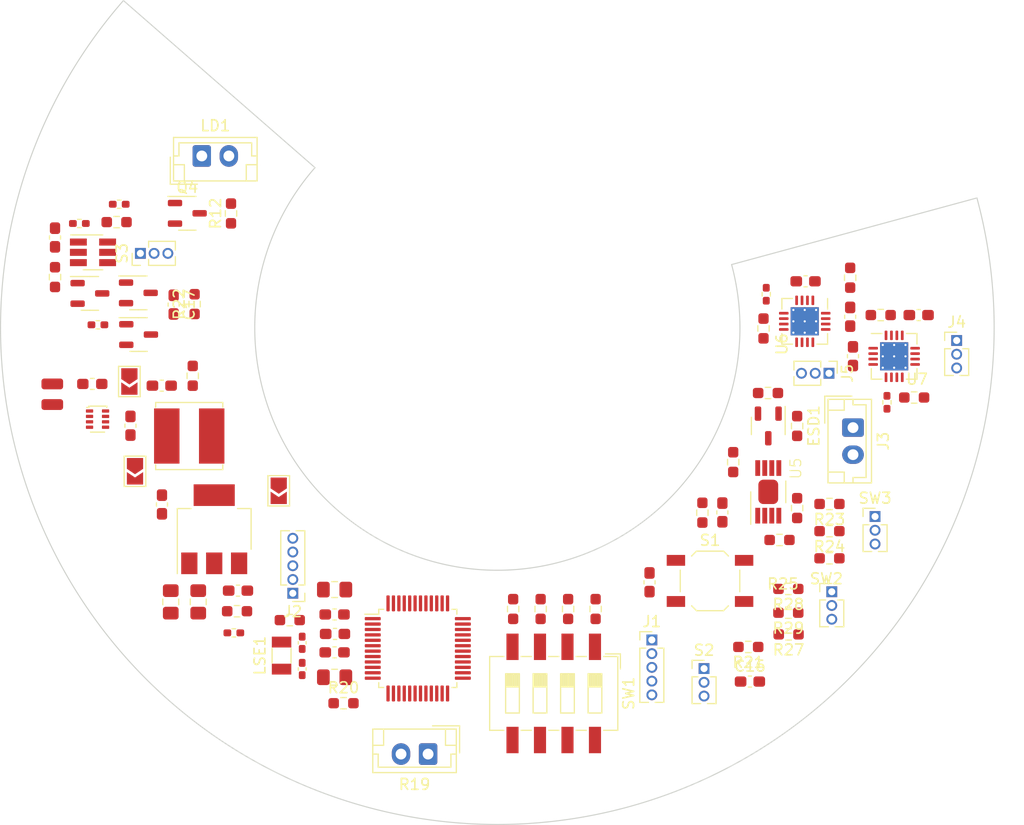
<source format=kicad_pcb>
(kicad_pcb (version 20221018) (generator pcbnew)
  (layers (0 "F.Cu" signal) (1 "In1.Cu" signal) (2 "In2.Cu" signal) (31 "B.Cu" signal) (34 "B.Paste" user) (35 "F.Paste" user) (36 "B.SilkS" user "B.Silkscreen") (37 "F.SilkS" user "F.Silkscreen") (38 "B.Mask" user) (39 "F.Mask" user) (44 "Edge.Cuts" user))
  (net 0 "")
  (net 1 "Vin")
  (net 2 "GND")
  (net 3 "LSE_IN")
  (net 4 "Net-(U3-TSET)")
  (net 5 "LSE_OUT")
  (net 6 "Net-(C5-Pad1)")
  (net 7 "Net-(U2-SW)")
  (net 8 "Net-(U2-BST)")
  (net 9 "+3V3")
  (net 10 "Net-(C11-Pad1)")
  (net 11 "Net-(U2-SS)")
  (net 12 "NRST")
  (net 13 "VREF+")
  (net 14 "END_LON")
  (net 15 "END_LAT")
  (net 16 "VCC")
  (net 17 "Net-(U6-VCP)")
  (net 18 "Net-(U7-VCP)")
  (net 19 "Net-(U6-V1P8)")
  (net 20 "Net-(U7-V1P8)")
  (net 21 "OUT_B")
  (net 22 "OUT_A")
  (net 23 "SWDCLK")
  (net 24 "SWDIO")
  (net 25 "CLK-PROBE")
  (net 26 "UART1_TxD")
  (net 27 "UART1_RxD")
  (net 28 "W_LAT")
  (net 29 "V_LAT")
  (net 30 "U_LAT")
  (net 31 "W_LON")
  (net 32 "V_LON")
  (net 33 "U_LON")
  (net 34 "Net-(LD1-K)")
  (net 35 "Net-(LD1-A)")
  (net 36 "Net-(Q1-G)")
  (net 37 "Net-(Q1-D)")
  (net 38 "Net-(Q2-G)")
  (net 39 "EN")
  (net 40 "LASER")
  (net 41 "HEAT")
  (net 42 "FB-3.65V")
  (net 43 "CFG1")
  (net 44 "CFG2")
  (net 45 "CFG3")
  (net 46 "CFG4")
  (net 47 "PHO_RES")
  (net 48 "ENC_LAT_A")
  (net 49 "ENC_LAT_B")
  (net 50 "Net-(R25-Pad1)")
  (net 51 "LPUART_DE")
  (net 52 "Net-(R27-Pad1)")
  (net 53 "ENC_LON_A")
  (net 54 "ENC_LON_B")
  (net 55 "LP_TxD")
  (net 56 "Net-(U6-ADV)")
  (net 57 "Net-(U6-RMP)")
  (net 58 "Net-(U7-ADV)")
  (net 59 "Net-(U7-RMP)")
  (net 60 "Net-(U5-A)")
  (net 61 "Net-(U5-B)")
  (net 62 "Net-(U6-CS)")
  (net 63 "Net-(U7-CS)")
  (net 66 "CFG_PWR")
  (net 68 "TEMP")
  (net 74 "LP_RxD")
  (net 103 "FG_LON")
  (net 104 "PWM_LON")
  (net 106 "FR_LON")
  (net 107 "FG_LAT")
  (net 108 "PWM_LAT")
  (net 110 "FR_LAT")
  (net 111 "Net-(J6-Pin_1)")
  (footprint "Capacitor_SMD:C_0805_2012Metric_Pad1.18x1.45mm_HandSolder" (layer "F.Cu") (at 115.931 127.1025 -90)
    (fp_text reference "C11" hide)
    (fp_text value "22uF" hide)
    (pad "1" smd roundrect (at -1.0375 0 270) (size 1.175 1.45) (layers "F.Cu" "F.Paste" "F.Mask") (roundrect_rratio 0.212766) (net 10 "Net-(C11-Pad1)"))
    (pad "2" smd roundrect (at 1.0375 0 270) (size 1.175 1.45) (layers "F.Cu" "F.Paste" "F.Mask") (roundrect_rratio 0.212766) (net 2 "GND"))
  )
  (footprint "Capacitor_SMD:C_0603_1608Metric_Pad1.08x0.95mm_HandSolder" (layer "F.Cu") (at 131.1085 130.065 180)
    (fp_text reference "C15" hide)
    (fp_text value "100nF" hide)
    (pad "1" smd roundrect (at -0.8625 0 180) (size 1.075 0.95) (layers "F.Cu" "F.Paste" "F.Mask") (net 13 "VREF+"))
    (pad "2" smd roundrect (at 0.8625 0 180) (size 1.075 0.95) (layers "F.Cu" "F.Paste" "F.Mask") (net 2 "GND"))
  )
  (footprint "Resistor_SMD:R_0402_1005Metric_Pad0.72x0.64mm_HandSolder" (layer "F.Cu") (at 109.2025 101.5 180)
    (fp_text reference "R5" hide)
    (fp_text value "1k" hide)
    (pad "1" smd roundrect (at -0.5975 0 180) (size 0.715 0.64) (layers "F.Cu" "F.Paste" "F.Mask") (net 36 "Net-(Q1-G)"))
    (pad "2" smd roundrect (at 0.5975 0 180) (size 0.715 0.64) (layers "F.Cu" "F.Paste" "F.Mask") (net 41 "HEAT"))
  )
  (footprint "Capacitor_SMD:C_0402_1005Metric_Pad0.74x0.62mm_HandSolder" (layer "F.Cu") (at 128.076 130.8825 -90)
    (fp_text reference "C2" hide)
    (fp_text value "15pF" hide)
    (pad "1" smd roundrect (at -0.5675 0 270) (size 0.735 0.62) (layers "F.Cu" "F.Paste" "F.Mask") (net 3 "LSE_IN"))
    (pad "2" smd roundrect (at 0.5675 0 270) (size 0.735 0.62) (layers "F.Cu" "F.Paste" "F.Mask") (net 2 "GND"))
  )
  (footprint "Capacitor_SMD:C_0603_1608Metric_Pad1.08x0.95mm_HandSolder" (layer "F.Cu") (at 169.446 134.465)
    (fp_text reference "C16" (at 0 -1.43) (layer "F.SilkS"))
    (fp_text value "100nF")
    (pad "1" smd roundrect (at -0.8625 0) (size 1.075 0.95) (layers "F.Cu" "F.Paste" "F.Mask") (net 14 "END_LON"))
    (pad "2" smd roundrect (at 0.8625 0) (size 1.075 0.95) (layers "F.Cu" "F.Paste" "F.Mask") (net 2 "GND"))
  )
  (footprint "Resistor_SMD:R_0603_1608Metric_Pad0.98x0.95mm_HandSolder" (layer "F.Cu") (at 152.6485 127.7605 90)
    (fp_text reference "R16" hide)
    (fp_text value "10k" hide)
    (pad "1" smd roundrect (at -0.9125 0 90) (size 0.975 0.95) (layers "F.Cu" "F.Paste" "F.Mask") (net 44 "CFG2"))
    (pad "2" smd roundrect (at 0.9125 0 90) (size 0.975 0.95) (layers "F.Cu" "F.Paste" "F.Mask") (net 66 "CFG_PWR"))
  )
  (footprint "Resistor_SMD:R_0603_1608Metric_Pad0.98x0.95mm_HandSolder" (layer "F.Cu") (at 176.796 120.565 180)
    (fp_text reference "R24" (at 0 -1.43) (layer "F.SilkS"))
    (fp_text value "10k")
    (pad "1" smd roundrect (at -0.9125 0 180) (size 0.975 0.95) (layers "F.Cu" "F.Paste" "F.Mask") (net 49 "ENC_LAT_B"))
    (pad "2" smd roundrect (at 0.9125 0 180) (size 0.975 0.95) (layers "F.Cu" "F.Paste" "F.Mask") (net 9 "+3V3"))
  )
  (footprint "Resistor_SMD:R_0603_1608Metric_Pad0.98x0.95mm_HandSolder" (layer "F.Cu") (at 147.5685 127.7605 90)
    (fp_text reference "R18" hide)
    (fp_text value "10k" hide)
    (pad "1" smd roundrect (at -0.9125 0 90) (size 0.975 0.95) (layers "F.Cu" "F.Paste" "F.Mask") (net 46 "CFG4"))
    (pad "2" smd roundrect (at 0.9125 0 90) (size 0.975 0.95) (layers "F.Cu" "F.Paste" "F.Mask") (net 66 "CFG_PWR"))
  )
  (footprint "Connector_JST:JST_EH_B2B-EH-A_1x02_P2.50mm_Vertical" (layer "F.Cu") (at 139.7085 141.165 180)
    (fp_text reference "R19" (at 1.25 -2.8) (layer "F.SilkS"))
    (fp_text value "R_Photo")
    (pad "1" thru_hole roundrect (at 0 0 180) (size 1.7 2) (drill 1) (layers "*.Cu" "*.Mask") (roundrect_rratio 0.147059) (net 13 "VREF+"))
    (pad "2" thru_hole oval (at 2.5 0 180) (size 1.7 2) (drill 1) (layers "*.Cu" "*.Mask") (net 47 "PHO_RES"))
  )
  (footprint "Connector_Wire:SolderWirePad_1x01_SMD_1x2mm" (layer "F.Cu") (at 104.9865 106.965 90)
    (fp_text reference "J6" hide)
    (fp_text value "Conn_01x01_Pin" hide)
    (pad "1" smd roundrect (at 0 0 90) (size 1 2) (layers "F.Cu" "F.Paste" "F.Mask") (net 111 "Net-(J6-Pin_1)"))
  )
  (footprint "Package_TO_SOT_SMD:SOT-23-3" (layer "F.Cu") (at 112.9625 102.4)
    (fp_text reference "Q3" hide)
    (fp_text value "2N7002" hide)
    (pad "1" smd roundrect (at -1.1375 -0.95) (size 1.325 0.6) (layers "F.Cu" "F.Paste" "F.Mask") (net 38 "Net-(Q2-G)"))
    (pad "2" smd roundrect (at -1.1375 0.95) (size 1.325 0.6) (layers "F.Cu" "F.Paste" "F.Mask") (net 2 "GND"))
    (pad "3" smd roundrect (at 1.1375 0) (size 1.325 0.6) (layers "F.Cu" "F.Paste" "F.Mask") (net 37 "Net-(Q1-D)"))
  )
  (footprint "Resistor_SMD:R_0603_1608Metric_Pad0.98x0.95mm_HandSolder" (layer "F.Cu") (at 173.021 130.105 180)
    (fp_text reference "R27" (at 0 -1.43) (layer "F.SilkS"))
    (fp_text value "0")
    (pad "1" smd roundrect (at -0.9125 0 180) (size 0.975 0.95) (layers "F.Cu" "F.Paste" "F.Mask") (net 52 "Net-(R27-Pad1)"))
    (pad "2" smd roundrect (at 0.9125 0 180) (size 0.975 0.95) (layers "F.Cu" "F.Paste" "F.Mask") (net 2 "GND"))
  )
  (footprint "Package_TO_SOT_SMD:SOT-223" (layer "F.Cu") (at 119.947 120.39 90)
    (fp_text reference "U1" hide)
    (fp_text value "TLV76118" hide)
    (pad "1" smd rect (at -3.15 -2.3 90) (size 2 1.5) (layers "F.Cu" "F.Paste" "F.Mask") (net 2 "GND"))
    (pad "2" smd rect (at -3.15 0 90) (size 2 1.5) (layers "F.Cu" "F.Paste" "F.Mask") (net 6 "Net-(C5-Pad1)"))
    (pad "3" smd rect (at -3.15 2.3 90) (size 2 1.5) (layers "F.Cu" "F.Paste" "F.Mask") (net 1 "Vin"))
    (pad "4" smd rect (at 3.15 0 90) (size 2 3.8) (layers "F.Cu" "F.Paste" "F.Mask") (net 6 "Net-(C5-Pad1)"))
  )
  (footprint "Package_TO_SOT_SMD:SOT-23-3" (layer "F.Cu") (at 171.141 110.8455 -90)
    (fp_text reference "ESD1" (at -0.002 -4.211 90) (layer "F.SilkS"))
    (fp_text value "SM712_SOT23" hide)
    (pad "1" smd roundrect (at -1.1375 -0.95 270) (size 1.325 0.6) (layers "F.Cu" "F.Paste" "F.Mask") (net 22 "OUT_A"))
    (pad "2" smd roundrect (at -1.1375 0.95 270) (size 1.325 0.6) (layers "F.Cu" "F.Paste" "F.Mask") (net 21 "OUT_B"))
    (pad "3" smd roundrect (at 1.1375 0 270) (size 1.325 0.6) (layers "F.Cu" "F.Paste" "F.Mask") (net 2 "GND"))
  )
  (footprint "Resistor_SMD:R_0603_1608Metric_Pad0.98x0.95mm_HandSolder" (layer "F.Cu") (at 121.5 91.2125 90)
    (fp_text reference "R12" (at 0 -1.43 90) (layer "F.SilkS"))
    (fp_text value "0")
    (pad "1" smd roundrect (at -0.9125 0 90) (size 0.975 0.95) (layers "F.Cu" "F.Paste" "F.Mask") (net 35 "Net-(LD1-A)"))
    (pad "2" smd roundrect (at 0.9125 0 90) (size 0.975 0.95) (layers "F.Cu" "F.Paste" "F.Mask") (net 9 "+3V3"))
  )
  (footprint "Resistor_SMD:R_0402_1005Metric_Pad0.72x0.64mm_HandSolder" (layer "F.Cu") (at 121.761 129.965)
    (fp_text reference "R10" hide)
    (fp_text value "36k" hide)
    (pad "1" smd roundrect (at -0.5975 0) (size 0.715 0.64) (layers "F.Cu" "F.Paste" "F.Mask") (net 42 "FB-3.65V"))
    (pad "2" smd roundrect (at 0.5975 0) (size 0.715 0.64) (layers "F.Cu" "F.Paste" "F.Mask") (net 10 "Net-(C11-Pad1)"))
  )
  (footprint "Resistor_SMD:R_0603_1608Metric_Pad0.98x0.95mm_HandSolder" (layer "F.Cu") (at 172.996 128.105 180)
    (fp_text reference "R29" (at 0 -1.43) (layer "F.SilkS"))
    (fp_text value "10k")
    (pad "1" smd roundrect (at -0.9125 0 180) (size 0.975 0.95) (layers "F.Cu" "F.Paste" "F.Mask") (net 54 "ENC_LON_B"))
    (pad "2" smd roundrect (at 0.9125 0 180) (size 0.975 0.95) (layers "F.Cu" "F.Paste" "F.Mask") (net 9 "+3V3"))
  )
  (footprint "Capacitor_SMD:C_0805_2012Metric_Pad1.18x1.45mm_HandSolder" (layer "F.Cu") (at 131.071 125.965 180)
    (fp_text reference "C12" hide)
    (fp_text value "4.7uF" hide)
    (pad "1" smd roundrect (at -1.0375 0 180) (size 1.175 1.45) (layers "F.Cu" "F.Paste" "F.Mask") (roundrect_rratio 0.212766) (net 9 "+3V3"))
    (pad "2" smd roundrect (at 1.0375 0 180) (size 1.175 1.45) (layers "F.Cu" "F.Paste" "F.Mask") (roundrect_rratio 0.212766) (net 2 "GND"))
  )
  (footprint "Connector_PinHeader_1.27mm:PinHeader_1x05_P1.27mm_Vertical" (layer "F.Cu") (at 127.2085 126.305 180)
    (fp_text reference "J2" (at 0 -1.695) (layer "F.SilkS"))
    (fp_text value "Conn_01x05")
    (pad "1" thru_hole rect (at 0 0 180) (size 1 1) (drill 0.65) (layers "*.Cu" "*.Mask") (net 9 "+3V3"))
    (pad "2" thru_hole oval (at 0 1.27 180) (size 1 1) (drill 0.65) (layers "*.Cu" "*.Mask") (net 25 "CLK-PROBE"))
    (pad "3" thru_hole oval (at 0 2.54 180) (size 1 1) (drill 0.65) (layers "*.Cu" "*.Mask") (net 26 "UART1_TxD"))
    (pad "4" thru_hole oval (at 0 3.81 180) (size 1 1) (drill 0.65) (layers "*.Cu" "*.Mask") (net 27 "UART1_RxD"))
    (pad "5" thru_hole oval (at 0 5.08 180) (size 1 1) (drill 0.65) (layers "*.Cu" "*.Mask") (net 2 "GND"))
  )
  (footprint "Resistor_SMD:R_0603_1608Metric_Pad0.98x0.95mm_HandSolder" (layer "F.Cu") (at 105.238 97.092 90)
    (fp_text reference "R3" hide)
    (fp_text value "120k" hide)
    (pad "1" smd roundrect (at -0.9125 0 90) (size 0.975 0.95) (layers "F.Cu" "F.Paste" "F.Mask") (net 16 "VCC"))
    (pad "2" smd roundrect (at 0.9125 0 90) (size 0.975 0.95) (layers "F.Cu" "F.Paste" "F.Mask") (net 38 "Net-(Q2-G)"))
  )
  (footprint "Resistor_SMD:R_0603_1608Metric_Pad0.98x0.95mm_HandSolder" (layer "F.Cu") (at 171.1175 107.803 180)
    (fp_text reference "R37" hide)
    (fp_text value "0" hide)
    (pad "1" smd roundrect (at -0.9125 0 180) (size 0.975 0.95) (layers "F.Cu" "F.Paste" "F.Mask") (net 22 "OUT_A"))
    (pad "2" smd roundrect (at 0.9125 0 180) (size 0.975 0.95) (layers "F.Cu" "F.Paste" "F.Mask") (net 21 "OUT_B"))
  )
  (footprint "Capacitor_SMD:C_0603_1608Metric_Pad1.08x0.95mm_HandSolder" (layer "F.Cu") (at 115.121 118.1025 -90)
    (fp_text reference "C5" hide)
    (fp_text value "100nF" hide)
    (pad "1" smd roundrect (at -0.8625 0 270) (size 1.075 0.95) (layers "F.Cu" "F.Paste" "F.Mask") (net 6 "Net-(C5-Pad1)"))
    (pad "2" smd roundrect (at 0.8625 0 270) (size 1.075 0.95) (layers "F.Cu" "F.Paste" "F.Mask") (net 2 "GND"))
  )
  (footprint "Jumper:SolderJumper-2_P1.3mm_Open_TrianglePad1.0x1.5mm" (layer "F.Cu") (at 112.1085 106.74 -90)
    (fp_text reference "R6" hide)
    (fp_text value "Heater" hide)
    (pad "1" smd custom (at -0.725 0 270) (size 0.3 0.3) (layers "F.Cu" "F.Mask") (net 37 "Net-(Q1-D)") (options (clearance outline) (anchor rect)) (primitives (gr_poly (pts (xy 1 0) (xy 0.5 0.75) (xy -0.5 0.75) (xy -0.5 -0.75) (xy 0.5 -0.75)) (width 0) (fill yes))))
    (pad "2" smd custom (at 0.725 0 270) (size 0.3 0.3) (layers "F.Cu" "F.Mask") (net 16 "VCC") (options (clearance outline) (anchor rect)) (primitives (gr_poly (pts (xy 0.5 0.75) (xy -0.65 0.75) (xy -0.15 0) (xy -0.65 -0.75) (xy 0.5 -0.75)) (width 0) (fill yes))))
  )
  (footprint "Resistor_SMD:R_0603_1608Metric_Pad0.98x0.95mm_HandSolder" (layer "F.Cu") (at 173.808 118.4365 90)
    (fp_text reference "R30" hide)
    (fp_text value "10k" hide)
    (pad "1" smd roundrect (at -0.9125 0 90) (size 0.975 0.95) (layers "F.Cu" "F.Paste" "F.Mask") (net 55 "LP_TxD"))
    (pad "2" smd roundrect (at 0.9125 0 90) (size 0.975 0.95) (layers "F.Cu" "F.Paste" "F.Mask") (net 9 "+3V3"))
  )
  (footprint "Resistor_SMD:R_0402_1005Metric_Pad0.72x0.64mm_HandSolder" (layer "F.Cu") (at 182.1085 108.6625 90)
    (fp_text reference "R34" hide)
    (fp_text value "36k" hide)
    (pad "1" smd roundrect (at -0.5975 0 90) (size 0.715 0.64) (layers "F.Cu" "F.Paste" "F.Mask") (net 2 "GND"))
    (pad "2" smd roundrect (at 0.5975 0 90) (size 0.715 0.64) (layers "F.Cu" "F.Paste" "F.Mask") (net 59 "Net-(U7-RMP)"))
  )
  (footprint "Capacitor_SMD:C_0603_1608Metric_Pad1.08x0.95mm_HandSolder" (layer "F.Cu") (at 122.146 126.065 180)
    (fp_text reference "C1" hide)
    (fp_text value "100nF" hide)
    (pad "1" smd roundrect (at -0.8625 0 180) (size 1.075 0.95) (layers "F.Cu" "F.Paste" "F.Mask") (net 1 "Vin"))
    (pad "2" smd roundrect (at 0.8625 0 180) (size 1.075 0.95) (layers "F.Cu" "F.Paste" "F.Mask") (net 2 "GND"))
  )
  (footprint "Connector_PinHeader_1.27mm:PinHeader_1x03_P1.27mm_Vertical" (layer "F.Cu") (at 177.0085 126.165)
    (fp_text reference "SW2" (at -0.5 -1.205) (layer "F.SilkS"))
    (fp_text value "RotaryEncoder")
    (pad "1" thru_hole rect (at 0 0) (size 1 1) (drill 0.65) (layers "*.Cu" "*.Mask") (net 53 "ENC_LON_A"))
    (pad "2" thru_hole oval (at 0 1.27) (size 1 1) (drill 0.65) (layers "*.Cu" "*.Mask") (net 54 "ENC_LON_B"))
    (pad "3" thru_hole oval (at 0 2.54) (size 1 1) (drill 0.65) (layers "*.Cu" "*.Mask") (net 52 "Net-(R27-Pad1)"))
  )
  (footprint "Button_Switch_SMD:SW_DIP_SPSTx04_Slide_6.7x11.72mm_W8.61mm_P2.54mm_LowProfile" (layer "F.Cu") (at 151.3185 135.56 -90)
    (fp_text reference "SW1" (at 0 -6.92 90) (layer "F.SilkS"))
    (fp_text value "SW_DIP_x04")
    (pad "1" smd rect (at -4.305 -3.81 270) (size 2.44 1.12) (layers "F.Cu" "F.Paste" "F.Mask") (net 43 "CFG1"))
    (pad "2" smd rect (at -4.305 -1.27 270) (size 2.44 1.12) (layers "F.Cu" "F.Paste" "F.Mask") (net 44 "CFG2"))
    (pad "3" smd rect (at -4.305 1.27 270) (size 2.44 1.12) (layers "F.Cu" "F.Paste" "F.Mask") (net 45 "CFG3"))
    (pad "4" smd rect (at -4.305 3.81 270) (size 2.44 1.12) (layers "F.Cu" "F.Paste" "F.Mask") (net 46 "CFG4"))
    (pad "5" smd rect (at 4.305 3.81 270) (size 2.44 1.12) (layers "F.Cu" "F.Paste" "F.Mask") (net 2 "GND"))
    (pad "6" smd rect (at 4.305 1.27 270) (size 2.44 1.12) (layers "F.Cu" "F.Paste" "F.Mask") (net 2 "GND"))
    (pad "7" smd rect (at 4.305 -1.27 270) (size 2.44 1.12) (layers "F.Cu" "F.Paste" "F.Mask") (net 2 "GND"))
    (pad "8" smd rect (at 4.305 -3.81 270) (size 2.44 1.12) (layers "F.Cu" "F.Paste" "F.Mask") (net 2 "GND"))
  )
  (footprint "Capacitor_SMD:C_0603_1608Metric_Pad1.08x0.95mm_HandSolder" (layer "F.Cu") (at 166.9 118.8375 -90)
    (fp_text reference "C18" hide)
    (fp_text value "100nF" hide)
    (pad "1" smd roundrect (at -0.8625 0 270) (size 1.075 0.95) (layers "F.Cu" "F.Paste" "F.Mask") (net 9 "+3V3"))
    (pad "2" smd roundrect (at 0.8625 0 270) (size 1.075 0.95) (layers "F.Cu" "F.Paste" "F.Mask") (net 2 "GND"))
  )
  (footprint "Capacitor_SMD:C_0603_1608Metric_Pad1.08x0.95mm_HandSolder" (layer "F.Cu") (at 174.589 97.482)
    (fp_text reference "C21" hide)
    (fp_text value "1uF" hide)
    (pad "1" smd roundrect (at -0.8625 0) (size 1.075 0.95) (layers "F.Cu" "F.Paste" "F.Mask") (net 2 "GND"))
    (pad "2" smd roundrect (at 0.8625 0) (size 1.075 0.95) (layers "F.Cu" "F.Paste" "F.Mask") (net 19 "Net-(U6-V1P8)"))
  )
  (footprint "Resistor_SMD:R_0603_1608Metric_Pad0.98x0.95mm_HandSolder" (layer "F.Cu") (at 170.7 101.8385 -90)
    (fp_text reference "R38" hide)
    (fp_text value "10k" hide)
    (pad "1" smd roundrect (at -0.9125 0 270) (size 0.975 0.95) (layers "F.Cu" "F.Paste" "F.Mask") (net 62 "Net-(U6-CS)"))
    (pad "2" smd roundrect (at 0.9125 0 270) (size 0.975 0.95) (layers "F.Cu" "F.Paste" "F.Mask") (net 2 "GND"))
  )
  (footprint "Capacitor_SMD:C_0603_1608Metric_Pad1.08x0.95mm_HandSolder" (layer "F.Cu") (at 131.071 128.265 180)
    (fp_text reference "C7" hide)
    (fp_text value "100nF" hide)
    (pad "1" smd roundrect (at -0.8625 0 180) (size 1.075 0.95) (layers "F.Cu" "F.Paste" "F.Mask") (net 9 "+3V3"))
    (pad "2" smd roundrect (at 0.8625 0 180) (size 1.075 0.95) (layers "F.Cu" "F.Paste" "F.Mask") (net 2 "GND"))
  )
  (footprint "Capacitor_SMD:C_0603_1608Metric_Pad1.08x0.95mm_HandSolder" (layer "F.Cu") (at 116.2 99.6375 -90)
    (fp_text reference "C17" (at 0 -1.43 90) (layer "F.SilkS"))
    (fp_text value "100nF")
    (pad "1" smd roundrect (at -0.8625 0 270) (size 1.075 0.95) (layers "F.Cu" "F.Paste" "F.Mask") (net 15 "END_LAT"))
    (pad "2" smd roundrect (at 0.8625 0 270) (size 1.075 0.95) (layers "F.Cu" "F.Paste" "F.Mask") (net 2 "GND"))
  )
  (footprint "Connector_PinHeader_1.27mm:PinHeader_1x03_P1.27mm_Vertical" (layer "F.Cu") (at 188.549 102.95)
    (fp_text reference "J4" (at 0 -1.695) (layer "F.SilkS"))
    (fp_text value "Conn_01x03_Pin")
    (pad "1" thru_hole rect (at 0 0) (size 1 1) (drill 0.65) (layers "*.Cu" "*.Mask") (net 28 "W_LAT"))
    (pad "2" thru_hole oval (at 0 1.27) (size 1 1) (drill 0.65) (layers "*.Cu" "*.Mask") (net 29 "V_LAT"))
    (pad "3" thru_hole oval (at 0 2.54) (size 1 1) (drill 0.65) (layers "*.Cu" "*.Mask") (net 30 "U_LAT"))
  )
  (footprint "Resistor_SMD:R_0603_1608Metric_Pad0.98x0.95mm_HandSolder" (layer "F.Cu") (at 167.9 114.1875 -90)
    (fp_text reference "R36" hide)
    (fp_text value "0" hide)
    (pad "1" smd roundrect (at -0.9125 0 270) (size 0.975 0.95) (layers "F.Cu" "F.Paste" "F.Mask") (net 21 "OUT_B"))
    (pad "2" smd roundrect (at 0.9125 0 270) (size 0.975 0.95) (layers "F.Cu" "F.Paste" "F.Mask") (net 61 "Net-(U5-B)"))
  )
  (footprint "Connector_PinHeader_1.27mm:PinHeader_1x03_P1.27mm_Vertical" (layer "F.Cu") (at 176.75 105.98 -90)
    (fp_text reference "J5" (at 0 -1.695 90) (layer "F.SilkS"))
    (fp_text value "Conn_01x03_Pin")
    (pad "1" thru_hole rect (at 0 0 270) (size 1 1) (drill 0.65) (layers "*.Cu" "*.Mask") (net 31 "W_LON"))
    (pad "2" thru_hole oval (at 0 1.27 270) (size 1 1) (drill 0.65) (layers "*.Cu" "*.Mask") (net 32 "V_LON"))
    (pad "3" thru_hole oval (at 0 2.54 270) (size 1 1) (drill 0.65) (layers "*.Cu" "*.Mask") (net 33 "U_LON"))
  )
  (footprint "Crystal:Crystal_SMD_3215-2Pin_3.2x1.5mm" (layer "F.Cu") (at 126.171 132.065 90)
    (fp_text reference "LSE1" (at 0 -2 90) (layer "F.SilkS"))
    (fp_text value "JTX310 - Jauch" hide)
    (pad "1" smd rect (at 1.25 0 90) (size 1 1.8) (layers "F.Cu" "F.Paste" "F.Mask") (net 3 "LSE_IN"))
    (pad "2" smd rect (at -1.25 0 90) (size 1 1.8) (layers "F.Cu" "F.Paste" "F.Mask") (net 5 "LSE_OUT"))
  )
  (footprint "Resistor_SMD:R_0603_1608Metric_Pad0.98x0.95mm_HandSolder" (layer "F.Cu") (at 176.796 118.055 180)
    (fp_text reference "R23" (at 0 -1.43) (layer "F.SilkS"))
    (fp_text value "10k")
    (pad "1" smd roundrect (at -0.9125 0 180) (size 0.975 0.95) (layers "F.Cu" "F.Paste" "F.Mask") (net 48 "ENC_LAT_A"))
    (pad "2" smd roundrect (at 0.9125 0 180) (size 0.975 0.95) (layers "F.Cu" "F.Paste" "F.Mask") (net 9 "+3V3"))
  )
  (footprint "Connector_JST:JST_EH_B2B-EH-A_1x02_P2.50mm_Vertical" (layer "F.Cu") (at 118.8 85.9)
    (fp_text reference "LD1" (at 1.25 -2.8) (layer "F.SilkS"))
    (fp_text value "D_Laser")
    (pad "1" thru_hole roundrect (at 0 0) (size 1.7 2) (drill 1) (layers "*.Cu" "*.Mask") (roundrect_rratio 0.147059) (net 34 "Net-(LD1-K)"))
    (pad "2" thru_hole oval (at 2.5 0) (size 1.7 2) (drill 1) (layers "*.Cu" "*.Mask") (net 35 "Net-(LD1-A)"))
  )
  (footprint "Resistor_SMD:R_0603_1608Metric_Pad0.98x0.95mm_HandSolder" (layer "F.Cu") (at 173.808 110.851 -90)
    (fp_text reference "R35" hide)
    (fp_text value "0" hide)
    (pad "1" smd roundrect (at -0.9125 0 270) (size 0.975 0.95) (layers "F.Cu" "F.Paste" "F.Mask") (net 22 "OUT_A"))
    (pad "2" smd roundrect (at 0.9125 0 270) (size 0.975 0.95) (layers "F.Cu" "F.Paste" "F.Mask") (net 60 "Net-(U5-A)"))
  )
  (footprint "Capacitor_SMD:C_0402_1005Metric_Pad0.74x0.62mm_HandSolder" (layer "F.Cu") (at 128.076 133.3035 90)
    (fp_text reference "C4" hide)
    (fp_text value "15pF" hide)
    (pad "1" smd roundrect (at -0.5675 0 90) (size 0.735 0.62) (layers "F.Cu" "F.Paste" "F.Mask") (net 5 "LSE_OUT"))
    (pad "2" smd roundrect (at 0.5675 0 90) (size 0.735 0.62) (layers "F.Cu" "F.Paste" "F.Mask") (net 2 "GND"))
  )
  (footprint "Button_Switch_SMD:SW_SPST_TL3342" (layer "F.Cu") (at 165.7585 125.165)
    (fp_text reference "S1" (at 0 -3.75) (layer "F.SilkS"))
    (fp_text value "PTS526")
    (pad "1" smd rect (at -3.15 -1.9) (size 1.7 1) (layers "F.Cu" "F.Paste" "F.Mask") (net 12 "NRST"))
    (pad "1" smd rect (at 3.15 -1.9) (size 1.7 1) (layers "F.Cu" "F.Paste" "F.Mask") (net 12 "NRST"))
    (pad "2" smd rect (at -3.15 1.9) (size 1.7 1) (layers "F.Cu" "F.Paste" "F.Mask") (net 2 "GND"))
    (pad "2" smd rect (at 3.15 1.9) (size 1.7 1) (layers "F.Cu" "F.Paste" "F.Mask") (net 2 "GND"))
  )
  (footprint "Capacitor_SMD:C_0603_1608Metric_Pad1.08x0.95mm_HandSolder" (layer "F.Cu") (at 131.071 131.765 180)
    (fp_text reference "C8" hide)
    (fp_text value "100nF" hide)
    (pad "1" smd roundrect (at -0.8625 0 180) (size 1.075 0.95) (layers "F.Cu" "F.Paste" "F.Mask") (net 9 "+3V3"))
    (pad "2" smd roundrect (at 0.8625 0 180) (size 1.075 0.95) (layers "F.Cu" "F.Paste" "F.Mask") (net 2 "GND"))
  )
  (footprint "Fuse:Fuse_0603_1608Metric_Pad1.05x0.95mm_HandSolder" (layer "F.Cu") (at 108.6835 106.965)
    (fp_text reference "F1" hide)
    (fp_text value "Fuse")
    (pad "1" smd roundrect (at -0.875 0) (size 1.05 0.95) (layers "F.Cu" "F.Paste" "F.Mask") (net 111 "Net-(J6-Pin_1)"))
    (pad "2" smd roundrect (at 0.875 0) (size 1.05 0.95) (layers "F.Cu" "F.Paste" "F.Mask") (net 16 "VCC"))
  )
  (footprint "Package_TO_SOT_SMD:SOT-23-3" (layer "F.Cu") (at 112.9375 98.55)
    (fp_text reference "Q1" hide)
    (fp_text value "2N7002" hide)
    (pad "1" smd roundrect (at -1.1375 -0.95) (size 1.325 0.6) (layers "F.Cu" "F.Paste" "F.Mask") (net 36 "Net-(Q1-G)"))
    (pad "2" smd roundrect (at -1.1375 0.95) (size 1.325 0.6) (layers "F.Cu" "F.Paste" "F.Mask") (net 2 "GND"))
    (pad "3" smd roundrect (at 1.1375 0) (size 1.325 0.6) (layers "F.Cu" "F.Paste" "F.Mask") (net 37 "Net-(Q1-D)"))
  )
  (footprint "Resistor_SMD:R_0603_1608Metric_Pad0.98x0.95mm_HandSolder" (layer "F.Cu") (at 155.1885 127.7605 90)
    (fp_text reference "R15" hide)
    (fp_text value "10k" hide)
    (pad "1" smd roundrect (at -0.9125 0 90) (size 0.975 0.95) (layers "F.Cu" "F.Paste" "F.Mask") (net 43 "CFG1"))
    (pad "2" smd roundrect (at 0.9125 0 90) (size 0.975 0.95) (layers "F.Cu" "F.Paste" "F.Mask") (net 66 "CFG_PWR"))
  )
  (footprint "Capacitor_SMD:C_0603_1608Metric_Pad1.08x0.95mm_HandSolder" (layer "F.Cu") (at 160.1705 125.292 -90)
    (fp_text reference "C14" hide)
    (fp_text value "100nF" hide)
    (pad "1" smd roundrect (at -0.8625 0 270) (size 1.075 0.95) (layers "F.Cu" "F.Paste" "F.Mask") (net 12 "NRST"))
    (pad "2" smd roundrect (at 0.8625 0 270) (size 1.075 0.95) (layers "F.Cu" "F.Paste" "F.Mask") (net 2 "GND"))
  )
  (footprint "Package_QFP:LQFP-48_7x7mm_P0.5mm" (layer "F.Cu") (at 138.7585 131.4025)
    (fp_text reference "U4" hide)
    (fp_text value "STM32G071CBTx" hide)
    (pad "1" smd roundrect (at -4.1625 -2.75) (size 1.475 0.3) (layers "F.Cu" "F.Paste" "F.Mask"))
    (pad "2" smd roundrect (at -4.1625 -2.25) (size 1.475 0.3) (layers "F.Cu" "F.Paste" "F.Mask") (net 3 "LSE_IN"))
    (pad "3" smd roundrect (at -4.1625 -1.75) (size 1.475 0.3) (layers "F.Cu" "F.Paste" "F.Mask") (net 5 "LSE_OUT"))
    (pad "4" smd roundrect (at -4.1625 -1.25) (size 1.475 0.3) (layers "F.Cu" "F.Paste" "F.Mask") (net 9 "+3V3"))
    (pad "5" smd roundrect (at -4.1625 -0.75) (size 1.475 0.3) (layers "F.Cu" "F.Paste" "F.Mask") (net 13 "VREF+"))
    (pad "6" smd roundrect (at -4.1625 -0.25) (size 1.475 0.3) (layers "F.Cu" "F.Paste" "F.Mask") (net 9 "+3V3"))
    (pad "7" smd roundrect (at -4.1625 0.25) (size 1.475 0.3) (layers "F.Cu" "F.Paste" "F.Mask") (net 2 "GND"))
    (pad "8" smd roundrect (at -4.1625 0.75) (size 1.475 0.3) (layers "F.Cu" "F.Paste" "F.Mask"))
    (pad "9" smd roundrect (at -4.1625 1.25) (size 1.475 0.3) (layers "F.Cu" "F.Paste" "F.Mask"))
    (pad "10" smd roundrect (at -4.1625 1.75) (size 1.475 0.3) (layers "F.Cu" "F.Paste" "F.Mask") (net 12 "NRST"))
    (pad "11" smd roundrect (at -4.1625 2.25) (size 1.475 0.3) (layers "F.Cu" "F.Paste" "F.Mask"))
    (pad "12" smd roundrect (at -4.1625 2.75) (size 1.475 0.3) (layers "F.Cu" "F.Paste" "F.Mask"))
    (pad "13" smd roundrect (at -2.75 4.1625) (size 0.3 1.475) (layers "F.Cu" "F.Paste" "F.Mask") (net 55 "LP_TxD"))
    (pad "14" smd roundrect (at -2.25 4.1625) (size 0.3 1.475) (layers "F.Cu" "F.Paste" "F.Mask") (net 74 "LP_RxD"))
    (pad "15" smd roundrect (at -1.75 4.1625) (size 0.3 1.475) (layers "F.Cu" "F.Paste" "F.Mask"))
    (pad "16" smd roundrect (at -1.25 4.1625) (size 0.3 1.475) (layers "F.Cu" "F.Paste" "F.Mask"))
    (pad "17" smd roundrect (at -0.75 4.1625) (size 0.3 1.475) (layers "F.Cu" "F.Paste" "F.Mask"))
    (pad "18" smd roundrect (at -0.25 4.1625) (size 0.3 1.475) (layers "F.Cu" "F.Paste" "F.Mask"))
    (pad "19" smd roundrect (at 0.25 4.1625) (size 0.3 1.475) (layers "F.Cu" "F.Paste" "F.Mask"))
    (pad "20" smd roundrect (at 0.75 4.1625) (size 0.3 1.475) (layers "F.Cu" "F.Paste" "F.Mask") (net 51 "LPUART_DE"))
    (pad "21" smd roundrect (at 1.25 4.1625) (size 0.3 1.475) (layers "F.Cu" "F.Paste" "F.Mask"))
    (pad "22" smd roundrect (at 1.75 4.1625) (size 0.3 1.475) (layers "F.Cu" "F.Paste" "F.Mask"))
    (pad "23" smd roundrect (at 2.25 4.1625) (size 0.3 1.475) (layers "F.Cu" "F.Paste" "F.Mask"))
    (pad "24" smd roundrect (at 2.75 4.1625) (size 0.3 1.475) (layers "F.Cu" "F.Paste" "F.Mask"))
    (pad "25" smd roundrect (at 4.1625 2.75) (size 1.475 0.3) (layers "F.Cu" "F.Paste" "F.Mask"))
    (pad "26" smd roundrect (at 4.1625 2.25) (size 1.475 0.3) (layers "F.Cu" "F.Paste" "F.Mask"))
    (pad "27" smd roundrect (at 4.1625 1.75) (size 1.475 0.3) (layers "F.Cu" "F.Paste" "F.Mask"))
    (pad "28" smd roundrect (at 4.1625 1.25) (size 1.475 0.3) (layers "F.Cu" "F.Paste" "F.Mask") (net 25 "CLK-PROBE"))
    (pad "29" smd roundrect (at 4.1625 0.75) (size 1.475 0.3) (layers "F.Cu" "F.Paste" "F.Mask") (net 26 "UART1_TxD"))
    (pad "30" smd roundrect (at 4.1625 0.25) (size 1.475 0.3) (layers "F.Cu" "F.Paste" "F.Mask"))
    (pad "31" smd roundrect (at 4.1625 -0.25) (size 1.475 0.3) (layers "F.Cu" "F.Paste" "F.Mask"))
    (pad "32" smd roundrect (at 4.1625 -0.75) (size 1.475 0.3) (layers "F.Cu" "F.Paste" "F.Mask") (net 27 "UART1_RxD"))
    (pad "33" smd roundrect (at 4.1625 -1.25) (size 1.475 0.3) (layers "F.Cu" "F.Paste" "F.Mask"))
    (pad "34" smd roundrect (at 4.1625 -1.75) (size 1.475 0.3) (layers "F.Cu" "F.Paste" "F.Mask"))
    (pad "35" smd roundrect (at 4.1625 -2.25) (size 1.475 0.3) (layers "F.Cu" "F.Paste" "F.Mask") (net 24 "SWDIO"))
    (pad "36" smd roundrect (at 4.1625 -2.75) (size 1.475 0.3) (layers "F.Cu" "F.Paste" "F.Mask") (net 23 "SWDCLK"))
    (pad "37" smd roundrect (at 2.75 -4.1625) (size 0.3 1.475) (layers "F.Cu" "F.Paste" "F.Mask"))
    (pad "38" smd roundrect (at 2.25 -4.1625) (size 0.3 1.475) (layers "F.Cu" "F.Paste" "F.Mask"))
    (pad "39" smd roundrect (at 1.75 -4.1625) (size 0.3 1.475) (layers "F.Cu" "F.Paste" "F.Mask"))
    (pad "40" smd roundrect (at 1.25 -4.1625) (size 0.3 1.475) (layers "F.Cu" "F.Paste" "F.Mask"))
    (pad "41" smd roundrect (at 0.75 -4.1625) (size 0.3 1.475) (layers "F.Cu" "F.Paste" "F.Mask"))
    (pad "42" smd roundrect (at 0.25 -4.1625) (size 0.3 1.475) (layers "F.Cu" "F.Paste" "F.Mask"))
    (pad "43" smd roundrect (at -0.25 -4.1625) (size 0.3 1.475) (layers "F.Cu" "F.Paste" "F.Mask"))
    (pad "44" smd roundrect (at -0.75 -4.1625) (size 0.3 1.475) (layers "F.Cu" "F.Paste" "F.Mask"))
    (pad "45" smd roundrect (at -1.25 -4.1625) (size 0.3 1.475) (layers "F.Cu" "F.Paste" "F.Mask"))
    (pad "46" smd roundrect (at -1.75 -4.1625) (size 0.3 1.475) (layers "F.Cu" "F.Paste" "F.Mask"))
    (pad "47" smd roundrect (at -2.25 -4.1625) (size 0.3 1.475) (layers "F.Cu" "F.Paste" "F.Mask"))
    (pad "48" smd roundrect (at -2.75 -4.1625) (size 0.3 1.475) (layers "F.Cu" "F.Paste" "F.Mask"))
  )
  (footprint "Resistor_SMD:R_0603_1608Metric_Pad0.98x0.95mm_HandSolder" (layer "F.Cu") (at 184.621 108.22)
    (fp_text reference "R39" hide)
    (fp_text value "10k" hide)
    (pad "1" smd roundrect (at -0.9125 0) (size 0.975 0.95) (layers "F.Cu" "F.Paste" "F.Mask") (net 63 "Net-(U7-CS)"))
    (pad "2" smd roundrect (at 0.9125 0) (size 0.975 0.95) (layers "F.Cu" "F.Paste" "F.Mask") (net 2 "GND"))
  )
  (footprint "Inductor_SMD:L_Bourns_SRN6045TA" (layer "F.Cu") (at 117.6395 111.778)
    (fp_text reference "L1" hide)
    (fp_text value "6.3uH" hide)
    (pad "1" smd rect (at -2.075 0) (size 2.35 5.1) (layers "F.Cu" "F.Paste" "F.Mask") (net 7 "Net-(U2-SW)"))
    (pad "2" smd rect (at 2.075 0) (size 2.35 5.1) (layers "F.Cu" "F.Paste" "F.Mask") (net 10 "Net-(C11-Pad1)"))
  )
  (footprint "Package_DFN_QFN:WQFN-16-1EP_4x4mm_P0.5mm_EP2.6x2.6mm_ThermalVias" (layer "F.Cu") (at 174.51 101.18 -90)
    (fp_text reference "U6" (at 2.11 2.11 90) (layer "F.SilkS"))
    (fp_text value "DRV10974RUMR" hide)
    (pad "1" smd roundrect (at -1.9375 -0.75 270) (size 0.875 0.25) (layers "F.Cu" "F.Paste" "F.Mask") (net 103 "FG_LON"))
    (pad "2" smd roundrect (at -1.9375 -0.25 270) (size 0.875 0.25) (layers "F.Cu" "F.Paste" "F.Mask") (net 104 "PWM_LON"))
    (pad "3" smd roundrect (at -1.9375 0.25 270) (size 0.875 0.25) (layers "F.Cu" "F.Paste" "F.Mask") (net 19 "Net-(U6-V1P8)"))
    (pad "4" smd roundrect (at -1.9375 0.75 270) (size 0.875 0.25) (layers "F.Cu" "F.Paste" "F.Mask") (net 57 "Net-(U6-RMP)"))
    (pad "5" smd roundrect (at -0.75 1.9375 270) (size 0.25 0.875) (layers "F.Cu" "F.Paste" "F.Mask") (net 2 "GND"))
    (pad "6" smd roundrect (at -0.25 1.9375 270) (size 0.25 0.875) (layers "F.Cu" "F.Paste" "F.Mask") (net 62 "Net-(U6-CS)"))
    (pad "7" smd roundrect (at 0.25 1.9375 270) (size 0.25 0.875) (layers "F.Cu" "F.Paste" "F.Mask") (net 2 "GND"))
    (pad "8" smd roundrect (at 0.75 1.9375 270) (size 0.25 0.875) (layers "F.Cu" "F.Paste" "F.Mask"))
    (pad "9" smd roundrect (at 1.9375 0.75 270) (size 0.875 0.25) (layers "F.Cu" "F.Paste" "F.Mask") (net 33 "U_LON"))
    (pad "10" smd roundrect (at 1.9375 0.25 270) (size 0.875 0.25) (layers "F.Cu" "F.Paste" "F.Mask") (net 32 "V_LON"))
    (pad "11" smd roundrect (at 1.9375 -0.25 270) (size 0.875 0.25) (layers "F.Cu" "F.Paste" "F.Mask") (net 31 "W_LON"))
    (pad "12" smd roundrect (at 1.9375 -0.75 270) (size 0.875 0.25) (layers "F.Cu" "F.Paste" "F.Mask") (net 16 "VCC"))
    (pad "13" smd roundrect (at 0.75 -1.9375 270) (size 0.25 0.875) (layers "F.Cu" "F.Paste" "F.Mask") (net 17 "Net-(U6-VCP)"))
    (pad "14" smd roundrect (at 0.25 -1.9375 270) (size 0.25 0.875) (layers "F.Cu" "F.Paste" "F.Mask") (net 2 "GND"))
    (pad "15" smd roundrect (at -0.25 -1.9375 270) (size 0.25 0.875) (layers "F.Cu" "F.Paste" "F.Mask") (net 56 "Net-(U6-ADV)"))
    (pad "16" smd roundrect (at -0.75 -1.9375 270) (size 0.25 0.875) (layers "F.Cu" "F.Paste" "F.Mask") (net 106 "FR_LON"))
    (pad "17" thru_hole circle (at -1.05 -1.05 270) (size 0.5 0.5) (drill 0.2) (layers "*.Cu") (net 2 "GND"))
    (pad "17" thru_hole circle (at -1.05 0 270) (size 0.5 0.5) (drill 0.2) (layers "*.Cu") (net 2 "GND"))
    (pad "17" thru_hole circle (at -1.05 1.05 270) (size 0.5 0.5) (drill 0.2) (layers "*.Cu") (net 2 "GND"))
    (pad "17" thru_hole circle (at 0 -1.05 270) (size 0.5 0.5) (drill 0.2) (layers "*.Cu") (net 2 "GND"))
    (pad "17" thru_hole circle (at 0 0 270) (size 0.5 0.5) (drill 0.2) (layers "*.Cu") (net 2 "GND"))
    (pad "17" smd rect (at 0 0 270) (size 2.6 2.6) (layers "F.Cu" "F.Mask") (net 2 "GND"))
    (pad "17" smd rect (at 0 0 270) (size 2.6 2.6) (layers "B.Cu") (net 2 "GND"))
    (pad "17" thru_hole circle (at 0 1.05 270) (size 0.5 0.5) (drill 0.2) (layers "*.Cu") (net 2 "GND"))
    (pad "17" thru_hole circle (at 1.05 -1.05 270) (size 0.5 0.5) (drill 0.2) (layers "*.Cu") (net 2 "GND"))
    (pad "17" thru_hole circle (at 1.05 0 270) (size 0.5 0.5) (drill 0.2) (layers "*.Cu") (net 2 "GND"))
    (pad "17" thru_hole circle (at 1.05 1.05 270) (size 0.5 0.5) (drill 0.2) (layers "*.Cu") (net 2 "GND"))
  )
  (footprint "Resistor_SMD:R_0402_1005Metric_Pad0.72x0.64mm_HandSolder" (layer "F.Cu") (at 111.1695 90.361)
    (fp_text reference "R9" hide)
    (fp_text value "16k" hide)
    (pad "1" smd roundrect (at -0.5975 0) (size 0.715 0.64) (layers "F.Cu" "F.Paste" "F.Mask") (net 2 "GND"))
    (pad "2" smd roundrect (at 0.5975 0) (size 0.715 0.64) (layers "F.Cu" "F.Paste" "F.Mask") (net 39 "EN"))
  )
  (footprint "Jumper:SolderJumper-2_P1.3mm_Open_TrianglePad1.0x1.5mm" (layer "F.Cu") (at 112.6285 115.034 -90)
    (fp_text reference "R7" hide)
    (fp_text value "0" hide)
    (pad "1" smd custom (at -0.725 0 270) (size 0.3 0.3) (layers "F.Cu" "F.Mask") (net 1 "Vin") (options (clearance outline) (anchor rect)) (primitives (gr_poly (pts (xy 1 0) (xy 0.5 0.75) (xy -0.5 0.75) (xy -0.5 -0.75) (xy 0.5 -0.75)) (width 0) (fill yes))))
    (pad "2" smd custom (at 0.725 0 270) (size 0.3 0.3) (layers "F.Cu" "F.Mask") (net 10 "Net-(C11-Pad1)") (options (clearance outline) (anchor rect)) (primitives (gr_poly (pts (xy 0.5 0.75) (xy -0.65 0.75) (xy -0.15 0) (xy -0.65 -0.75) (xy 0.5 -0.75)) (width 0) (fill yes))))
  )
  (footprint "Resistor_SMD:R_0603_1608Metric_Pad0.98x0.95mm_HandSolder" (layer "F.Cu") (at 169.296 131.265 180)
    (fp_text reference "R21" (at 0 -1.43) (layer "F.SilkS"))
    (fp_text value "10k")
    (pad "1" smd roundrect (at -0.9125 0 180) (size 0.975 0.95) (layers "F.Cu" "F.Paste" "F.Mask") (net 2 "GND"))
    (pad "2" smd roundrect (at 0.9125 0 180) (size 0.975 0.95) (layers "F.Cu" "F.Paste" "F.Mask") (net 14 "END_LON"))
  )
  (footprint "Package_TO_SOT_SMD:SOT-23-3" (layer "F.Cu") (at 117.4625 91.2)
    (fp_text reference "Q4" (at 0 -2.4) (layer "F.SilkS"))
    (fp_text value "2N7002")
    (pad "1" smd roundrect (at -1.1375 -0.95) (size 1.325 0.6) (layers "F.Cu" "F.Paste" "F.Mask") (net 40 "LASER"))
    (pad "2" smd roundrect (at -1.1375 0.95) (size 1.325 0.6) (layers "F.Cu" "F.Paste" "F.Mask") (net 2 "GND"))
    (pad "3" smd roundrect (at 1.1375 0) (size 1.325 0.6) (layers "F.Cu" "F.Paste" "F.Mask") (net 34 "Net-(LD1-K)"))
  )
  (footprint "Resistor_SMD:R_0603_1608Metric_Pad0.98x0.95mm_HandSolder" (layer "F.Cu") (at 126.9305 128.787)
    (fp_text reference "R13" hide)
    (fp_text value "0" hide)
    (pad "1" smd roundrect (at -0.9125 0) (size 0.975 0.95) (layers "F.Cu" "F.Paste" "F.Mask") (net 9 "+3V3"))
    (pad "2" smd roundrect (at 0.9125 0) (size 0.975 0.95) (layers "F.Cu" "F.Paste" "F.Mask") (net 13 "VREF+"))
  )
  (footprint "Jumper:SolderJumper-2_P1.3mm_Open_TrianglePad1.0x1.5mm" (layer "F.Cu") (at 125.9085 116.84 -90)
    (fp_text reference "R2" hide)
    (fp_text value "0" hide)
    (pad "1" smd custom (at -0.725 0 270) (size 0.3 0.3) (layers "F.Cu" "F.Mask") (net 9 "+3V3") (options (clearance outline) (anchor rect)) (primitives (gr_poly (pts (xy 1 0) (xy 0.5 0.75) (xy -0.5 0.75) (xy -0.5 -0.75) (xy 0.5 -0.75)) (width 0) (fill yes))))
    (pad "2" smd custom (at 0.725 0 270) (size 0.3 0.3) (layers "F.Cu" "F.Mask") (net 6 "Net-(C5-Pad1)") (options (clearance outline) (anchor rect)) (primitives (gr_poly (pts (xy 0.5 0.75) (xy -0.65 0.75) (xy -0.15 0) (xy -0.65 -0.75) (xy 0.5 -0.75)) (width 0) (fill yes))))
  )
  (footprint "Resistor_SMD:R_0603_1608Metric_Pad0.98x0.95mm_HandSolder" (layer "F.Cu") (at 172.996 125.905 180)
    (fp_text reference "R28" (at 0 -1.43) (layer "F.SilkS"))
    (fp_text value "10k")
    (pad "1" smd roundrect (at -0.9125 0 180) (size 0.975 0.95) (layers "F.Cu" "F.Paste" "F.Mask") (net 53 "ENC_LON_A"))
    (pad "2" smd roundrect (at 0.9125 0 180) (size 0.975 0.95) (layers "F.Cu" "F.Paste" "F.Mask") (net 9 "+3V3"))
  )
  (footprint "Resistor_SMD:R_0603_1608Metric_Pad0.98x0.95mm_HandSolder" (layer "F.Cu") (at 122.0585 127.965 180)
    (fp_text reference "R11" hide)
    (fp_text value "10k" hide)
    (pad "1" smd roundrect (at -0.9125 0 180) (size 0.975 0.95) (layers "F.Cu" "F.Paste" "F.Mask") (net 2 "GND"))
    (pad "2" smd roundrect (at 0.9125 0 180) (size 0.975 0.95) (layers "F.Cu" "F.Paste" "F.Mask") (net 42 "FB-3.65V"))
  )
  (footprint "Package_TO_SOT_SMD:SOT-23-3" (layer "F.Cu") (at 108.4625 98.6)
    (fp_text reference "Q2" hide)
    (fp_text value "2N7002" hide)
    (pad "1" smd roundrect (at -1.1375 -0.95) (size 1.325 0.6) (layers "F.Cu" "F.Paste" "F.Mask") (net 38 "Net-(Q2-G)"))
    (pad "2" smd roundrect (at -1.1375 0.95) (size 1.325 0.6) (layers "F.Cu" "F.Paste" "F.Mask") (net 2 "GND"))
    (pad "3" smd roundrect (at 1.1375 0) (size 1.325 0.6) (layers "F.Cu" "F.Paste" "F.Mask") (net 39 "EN"))
  )
  (footprint "Package_TO_SOT_SMD:SOT-23-6_Handsoldering" (layer "F.Cu") (at 108.747 94.806)
    (fp_text reference "U3" hide)
    (fp_text value "TMP300" hide)
    (pad "1" smd rect (at -1.35 -0.95) (size 1.56 0.65) (layers "F.Cu" "F.Paste" "F.Mask") (net 4 "Net-(U3-TSET)"))
    (pad "2" smd rect (at -1.35 0) (size 1.56 0.65) (layers "F.Cu" "F.Paste" "F.Mask") (net 2 "GND"))
    (pad "3" smd rect (at -1.35 0.95) (size 1.56 0.65) (layers "F.Cu" "F.Paste" "F.Mask") (net 38 "Net-(Q2-G)"))
    (pad "4" smd rect (at 1.35 0.95) (size 1.56 0.65) (layers "F.Cu" "F.Paste" "F.Mask") (net 2 "GND"))
    (pad "5" smd rect (at 1.35 0) (size 1.56 0.65) (layers "F.Cu" "F.Paste" "F.Mask") (net 68 "TEMP"))
    (pad "6" smd rect (at 1.35 -0.95) (size 1.56 0.65) (layers "F.Cu" "F.Paste" "F.Mask") (net 9 "+3V3"))
  )
  (footprint "Capacitor_SMD:C_0805_2012Metric_Pad1.18x1.45mm_HandSolder" (layer "F.Cu") (at 131.071 134.065 180)
    (fp_text reference "C13" hide)
    (fp_text value "4.7uF" hide)
    (pad "1" smd roundrect (at -1.0375 0 180) (size 1.175 1.45) (layers "F.Cu" "F.Paste" "F.Mask") (roundrect_rratio 0.212766) (net 9 "+3V3"))
    (pad "2" smd roundrect (at 1.0375 0 180) (size 1.175 1.45) (layers "F.Cu" "F.Paste" "F.Mask") (roundrect_rratio 0.212766) (net 2 "GND"))
  )
  (footprint "Capacitor_SMD:C_0603_1608Metric_Pad1.08x0.95mm_HandSolder" (layer "F.Cu") (at 178.968 104.4015 90)
    (fp_text reference "C22" hide)
    (fp_text value "1uF" hide)
    (pad "1" smd roundrect (at -0.8625 0 90) (size 1.075 0.95) (layers "F.Cu" "F.Paste" "F.Mask") (net 2 "GND"))
    (pad "2" smd roundrect (at 0.8625 0 90) (size 1.075 0.95) (layers "F.Cu" "F.Paste" "F.Mask") (net 20 "Net-(U7-V1P8)"))
  )
  (footprint "Resistor_SMD:R_0603_1608Metric_Pad0.98x0.95mm_HandSolder" (layer "F.Cu") (at 178.7085 97.1525 90)
    (fp_text reference "R31" hide)
    (fp_text value "120k" hide)
    (pad "1" smd roundrect (at -0.9125 0 90) (size 0.975 0.95) (layers "F.Cu" "F.Paste" "F.Mask") (net 56 "Net-(U6-ADV)"))
    (pad "2" smd roundrect (at 0.9125 0 90) (size 0.975 0.95) (layers "F.Cu" "F.Paste" "F.Mask") (net 2 "GND"))
  )
  (footprint "Capacitor_SMD:C_0603_1608Metric_Pad1.08x0.95mm_HandSolder" (layer "F.Cu") (at 105.238 93.4355 90)
    (fp_text reference "C3" hide)
    (fp_text value "100nF" hide)
    (pad "1" smd roundrect (at -0.8625 0 90) (size 1.075 0.95) (layers "F.Cu" "F.Paste" "F.Mask") (net 4 "Net-(U3-TSET)"))
    (pad "2" smd roundrect (at 0.8625 0 90) (size 1.075 0.95) (layers "F.Cu" "F.Paste" "F.Mask") (net 2 "GND"))
  )
  (footprint "Connector_JST:JST_EH_B2B-EH-A_1x02_P2.50mm_Vertical" (layer "F.Cu") (at 178.97 111 -90)
    (fp_text reference "J3" (at 1.25 -2.8 -90) (layer "F.SilkS"))
    (fp_text value "Conn_01x02")
    (pad "1" thru_hole roundrect (at 0 0 270) (size 1.7 2) (drill 1) (layers "*.Cu" "*.Mask") (roundrect_rratio 0.147059) (net 21 "OUT_B"))
    (pad "2" thru_hole oval (at 2.5 0 270) (size 1.7 2) (drill 1) (layers "*.Cu" "*.Mask") (net 22 "OUT_A"))
  )
  (footprint "Resistor_SMD:R_0603_1608Metric_Pad0.98x0.95mm_HandSolder" (layer "F.Cu") (at 172.1805 121.381 180)
    (fp_text reference "R26" hide)
    (fp_text value "10k" hide)
    (pad "1" smd roundrect (at -0.9125 0 180) (size 0.975 0.95) (layers "F.Cu" "F.Paste" "F.Mask") (net 2 "GND"))
    (pad "2" smd roundrect (at 0.9125 0 180) (size 0.975 0.95) (layers "F.Cu" "F.Paste" "F.Mask") (net 51 "LPUART_DE"))
  )
  (footprint "Resistor_SMD:R_0402_1005Metric_Pad0.72x0.64mm_HandSolder" (layer "F.Cu") (at 170.954 98.6775 -90)
    (fp_text reference "R32" hide)
    (fp_text value "36k" hide)
    (pad "1" smd roundrect (at -0.5975 0 270) (size 0.715 0.64) (layers "F.Cu" "F.Paste" "F.Mask") (net 2 "GND"))
    (pad "2" smd roundrect (at 0.5975 0 270) (size 0.715 0.64) (layers "F.Cu" "F.Paste" "F.Mask") (net 57 "Net-(U6-RMP)"))
  )
  (footprint "Resistor_SMD:R_0603_1608Metric_Pad0.98x0.95mm_HandSolder" (layer "F.Cu") (at 181.5315 100.6 180)
    (fp_text reference "R33" hide)
    (fp_text value "120k" hide)
    (pad "1" smd roundrect (at -0.9125 0 180) (size 0.975 0.95) (layers "F.Cu" "F.Paste" "F.Mask") (net 58 "Net-(U7-ADV)"))
    (pad "2" smd roundrect (at 0.9125 0 180) (size 0.975 0.95) (layers "F.Cu" "F.Paste" "F.Mask") (net 2 "GND"))
  )
  (footprint "Package_DFN_QFN:WQFN-16-1EP_4x4mm_P0.5mm_EP2.6x2.6mm_ThermalVias" (layer "F.Cu") (at 182.771 104.415)
    (fp_text reference "U7" (at 2.11 2.11) (layer "F.SilkS"))
    (fp_text value "DRV10974RUMR" hide)
    (pad "1" smd roundrect (at -1.9375 -0.75) (size 0.875 0.25) (layers "F.Cu" "F.Paste" "F.Mask") (net 107 "FG_LAT"))
    (pad "2" smd roundrect (at -1.9375 -0.25) (size 0.875 0.25) (layers "F.Cu" "F.Paste" "F.Mask") (net 108 "PWM_LAT"))
    (pad "3" smd roundrect (at -1.9375 0.25) (size 0.875 0.25) (layers "F.Cu" "F.Paste" "F.Mask") (net 20 "Net-(U7-V1P8)"))
    (pad "4" smd roundrect (at -1.9375 0.75) (size 0.875 0.25) (layers "F.Cu" "F.Paste" "F.Mask") (net 59 "Net-(U7-RMP)"))
    (pad "5" smd roundrect (at -0.75 1.9375) (size 0.25 0.875) (layers "F.Cu" "F.Paste" "F.Mask") (net 2 "GND"))
    (pad "6" smd roundrect (at -0.25 1.9375) (size 0.25 0.875) (layers "F.Cu" "F.Paste" "F.Mask") (net 63 "Net-(U7-CS)"))
    (pad "7" smd roundrect (at 0.25 1.9375) (size 0.25 0.875) (layers "F.Cu" "F.Paste" "F.Mask") (net 2 "GND"))
    (pad "8" smd roundrect (at 0.75 1.9375) (size 0.25 0.875) (layers "F.Cu" "F.Paste" "F.Mask"))
    (pad "9" smd roundrect (at 1.9375 0.75) (size 0.875 0.25) (layers "F.Cu" "F.Paste" "F.Mask") (net 30 "U_LAT"))
    (pad "10" smd roundrect (at 1.9375 0.25) (size 0.875 0.25) (layers "F.Cu" "F.Paste" "F.Mask") (net 29 "V_LAT"))
    (pad "11" smd roundrect (at 1.9375 -0.25) (size 0.875 0.25) (layers "F.Cu" "F.Paste" "F.Mask") (net 28 "W_LAT"))
    (pad "12" smd roundrect (at 1.9375 -0.75) (size 0.875 0.25) (layers "F.Cu" "F.Paste" "F.Mask") (net 16 "VCC"))
    (pad "13" smd roundrect (at 0.75 -1.9375) (size 0.25 0.875) (layers "F.Cu" "F.Paste" "F.Mask") (net 18 "Net-(U7-VCP)"))
    (pad "14" smd roundrect (at 0.25 -1.9375) (size 0.25 0.875) (layers "F.Cu" "F.Paste" "F.Mask") (net 2 "GND"))
    (pad "15" smd roundrect (at -0.25 -1.9375) (size 0.25 0.875) (layers "F.Cu" "F.Paste" "F.Mask") (net 58 "Net-(U7-ADV)"))
    (pad "16" smd roundrect (at -0.75 -1.9375) (size 0.25 0.875) (layers "F.Cu" "F.Paste" "F.Mask") (net 110 "FR_LAT"))
    (pad "17" thru_hole circle (at -1.05 -1.05) (size 0.5 0.5) (drill 0.2) (layers "*.Cu") (net 2 "GND"))
    (pad "17" thru_hole circle (at -1.05 0) (size 0.5 0.5) (drill 0.2) (layers "*.Cu") (net 2 "GND"))
    (pad "17" thru_hole circle (at -1.05 1.05) (size 0.5 0.5) (drill 0.2) (layers "*.Cu") (net 2 "GND"))
    (pad "17" thru_hole circle (at 0 -1.05) (size 0.5 0.5) (drill 0.2) (layers "*.Cu") (net 2 "GND"))
    (pad "17" thru_hole circle (at 0 0) (size 0.5 0.5) (drill 0.2) (layers "*.Cu") (net 2 "GND"))
    (pad "17" smd rect (at 0 0) (size 2.6 2.6) (layers "F.Cu" "F.Mask") (net 2 "GND"))
    (pad "17" smd rect (at 0 0) (size 2.6 2.6) (layers "B.Cu") (net 2 "GND"))
    (pad "17" thru_hole circle (at 0 1.05) (size 0.5 0.5) (drill 0.2) (layers "*.Cu") (net 2 "GND"))
    (pad "17" thru_hole circle (at 1.05 -1.05) (size 0.5 0.5) (drill 0.2) (layers "*.Cu") (net 2 "GND"))
    (pad "17" thru_hole circle (at 1.05 0) (size 0.5 0.5) (drill 0.2) (layers "*.Cu") (net 2 "GND"))
    (pad "17" thru_hole circle (at 1.05 1.05) (size 0.5 0.5) (drill 0.2) (layers "*.Cu") (net 2 "GND"))
  )
  (footprint "Capacitor_SMD:C_0603_1608Metric_Pad1.08x0.95mm_HandSolder" (layer "F.Cu") (at 112.2085 110.8275 -90)
    (fp_text reference "C10" hide)
    (fp_text value "100nF" hide)
    (pad "1" smd roundrect (at -0.8625 0 270) (size 1.075 0.95) (layers "F.Cu" "F.Paste" "F.Mask") (net 11 "Net-(U2-SS)"))
    (pad "2" smd roundrect (at 0.8625 0 270) (size 1.075 0.95) (layers "F.Cu" "F.Paste" "F.Mask") (net 2 "GND"))
  )
  (footprint "Connector_PinHeader_1.27mm:PinHeader_1x03_P1.27mm_Vertical" (layer "F.Cu") (at 113.125 94.9 90)
    (fp_text reference "S3" (at 0 -1.695 90) (layer "F.SilkS"))
    (fp_text value "D2FS")
    (pad "1" thru_hole rect (at 0 0 90) (size 1 1) (drill 0.65) (layers "*.Cu" "*.Mask") (net 9 "+3V3"))
    (pad "2" thru_hole oval (at 0 1.27 90) (size 1 1) (drill 0.65) (layers "*.Cu" "*.Mask") (net 15 "END_LAT"))
    (pad "3" thru_hole oval (at 0 2.54 90) (size 1 1) (drill 0.65) (layers "*.Cu" "*.Mask"))
  )
  (footprint "Capacitor_SMD:C_0603_1608Metric_Pad1.08x0.95mm_HandSolder" (layer "F.Cu") (at 115.1 107.125 180)
    (fp_text reference "C6" hide)
    (fp_text value "100nF" hide)
    (pad "1" smd roundrect (at -0.8625 0 180) (size 1.075 0.95) (layers "F.Cu" "F.Paste" "F.Mask") (net 7 "Net-(U2-SW)"))
    (pad "2" smd roundrect (at 0.8625 0 180) (size 1.075 0.95) (layers "F.Cu" "F.Paste" "F.Mask") (net 8 "Net-(U2-BST)"))
  )
  (footprint "Connector_PinHeader_1.27mm:PinHeader_1x05_P1.27mm_Vertical" (layer "F.Cu") (at 160.3835 130.615)
    (fp_text reference "J1" (at 0 -1.695) (layer "F.SilkS"))
    (fp_text value "Conn_01x05")
    (pad "1" thru_hole rect (at 0 0) (size 1 1) (drill 0.65) (layers "*.Cu" "*.Mask") (net 2 "GND"))
    (pad "2" thru_hole oval (at 0 1.27) (size 1 1) (drill 0.65) (layers "*.Cu" "*.Mask") (net 23 "SWDCLK"))
    (pad "3" thru_hole oval (at 0 2.54) (size 1 1) (drill 0.65) (layers "*.Cu" "*.Mask") (net 24 "SWDIO"))
    (pad "4" thru_hole oval (at 0 3.81) (size 1 1) (drill 0.65) (layers "*.Cu" "*.Mask") (net 9 "+3V3"))
    (pad "5" thru_hole oval (at 0 5.08) (size 1 1) (drill 0.65) (layers "*.Cu" "*.Mask") (net 12 "NRST"))
  )
  (footprint "Connector_PinHeader_1.27mm:PinHeader_1x03_P1.27mm_Vertical" (layer "F.Cu") (at 181.0085 119.215)
    (fp_text reference "SW3" (at 0 -1.695) (layer "F.SilkS"))
    (fp_text value "RotaryEncoder")
    (pad "1" thru_hole rect (at 0 0) (size 1 1) (drill 0.65) (layers "*.Cu" "*.Mask") (net 48 "ENC_LAT_A"))
    (pad "2" thru_hole oval (at 0 1.27) (size 1 1) (drill 0.65) (layers "*.Cu" "*.Mask") (net 49 "ENC_LAT_B"))
    (pad "3" thru_hole oval (at 0 2.54) (size 1 1) (drill 0.65) (layers "*.Cu" "*.Mask") (net 50 "Net-(R25-Pad1)"))
  )
  (footprint "Resistor_SMD:R_0603_1608Metric_Pad0.98x0.95mm_HandSolder" (layer "F.Cu") (at 117.9625 106.2125 -90)
    (fp_text reference "R4" hide)
    (fp_text value "120k" hide)
    (pad "1" smd roundrect (at -0.9125 0 270) (size 0.975 0.95) (layers "F.Cu" "F.Paste" "F.Mask") (net 36 "Net-(Q1-G)"))
    (pad "2" smd roundrect (at 0.9125 0 270) (size 0.975 0.95) (layers "F.Cu" "F.Paste" "F.Mask") (net 2 "GND"))
  )
  (footprint "Package_TO_SOT_SMD:SOT-583-8" (layer "F.Cu") (at 109.1685 110.215)
    (fp_text reference "U2" hide)
    (fp_text value "TPS62933" hide)
    (pad "1" smd roundrect (at -0.74 -0.75) (size 0.67 0.3) (layers "F.Cu" "F.Paste" "F.Mask") (roundrect_rratio 0.1666666667))
    (pad "2" smd roundrect (at -0.74 -0.25) (size 0.67 0.3) (layers "F.Cu" "F.Paste" "F.Mask") (roundrect_rratio 0.1666666667) (net 39 "EN"))
    (pad "3" smd roundrect (at -0.74 0.25) (size 0.67 0.3) (layers "F.Cu" "F.Paste" "F.Mask") (roundrect_rratio 0.1666666667) (net 16 "VCC"))
    (pad "4" smd roundrect (at -0.74 0.75) (size 0.67 0.3) (layers "F.Cu" "F.Paste" "F.Mask") (roundrect_rratio 0.1666666667) (net 2 "GND"))
    (pad "5" smd roundrect (at 0.74 0.75) (size 0.67 0.3) (layers "F.Cu" "F.Paste" "F.Mask") (roundrect_rratio 0.1666666667) (net 7 "Net-(U2-SW)"))
    (pad "6" smd roundrect (at 0.74 0.25) (size 0.67 0.3) (layers "F.Cu" "F.Paste" "F.Mask") (roundrect_rratio 0.1666666667) (net 8 "Net-(U2-BST)"))
    (pad "7" smd roundrect (at 0.74 -0.25) (size 0.67 0.3) (layers "F.Cu" "F.Paste" "F.Mask") (roundrect_rratio 0.1666666667) (net 11 "Net-(U2-SS)"))
    (pad "8" smd roundrect (at 0.74 -0.75) (size 0.67 0.3) (layers "F.Cu" "F.Paste" "F.Mask") (roundrect_rratio 0.1666666667) (net 42 "FB-3.65V"))
  )
  (footprint "Capacitor_SMD:C_0603_1608Metric_Pad1.08x0.95mm_HandSolder" (layer "F.Cu") (at 178.7085 100.7585 90)
    (fp_text reference "C19" hide)
    (fp_text value "100nF" hide)
    (pad "1" smd roundrect (at -0.8625 0 90) (size 1.075 0.95) (layers "F.Cu" "F.Paste" "F.Mask") (net 16 "VCC"))
    (pad "2" smd roundrect (at 0.8625 0 90) (size 1.075 0.95) (layers "F.Cu" "F.Paste" "F.Mask") (net 17 "Net-(U6-VCP)"))
  )
  (footprint "Connector_Wire:SolderWirePad_1x01_SMD_1x2mm" (layer "F.Cu") (at 104.9865 108.87 90)
    (fp_text reference "J7" hide)
    (fp_text value "Conn_01x01_Pin" hide)
    (pad "1" smd roundrect (at 0 0 90) (size 1 2) (layers "F.Cu" "F.Paste" "F.Mask") (net 2 "GND"))
  )
  (footprint "Resistor_SMD:R_0603_1608Metric_Pad0.98x0.95mm_HandSolder" (layer "F.Cu") (at 176.796 123.075 180)
    (fp_text reference "R25" (at 4.3 -2.37) (layer "F.SilkS"))
    (fp_text value "0")
    (pad "1" smd roundrect (at -0.9125 0 180) (size 0.975 0.95) (layers "F.Cu" "F.Paste" "F.Mask") (net 50 "Net-(R25-Pad1)"))
    (pad "2" smd roundrect (at 0.9125 0 180) (size 0.975 0.95) (layers "F.Cu" "F.Paste" "F.Mask") (net 2 "GND"))
  )
  (footprint "Resistor_SMD:R_0603_1608Metric_Pad0.98x0.95mm_HandSolder" (layer "F.Cu") (at 131.896 136.465)
    (fp_text reference "R20" (at 0 -1.43) (layer "F.SilkS"))
    (fp_text value "10k")
    (pad "1" smd roundrect (at -0.9125 0) (size 0.975 0.95) (layers "F.Cu" "F.Paste" "F.Mask") (net 2 "GND"))
    (pad "2" smd roundrect (at 0.9125 0) (size 0.975 0.95) (layers "F.Cu" "F.Paste" "F.Mask") (net 47 "PHO_RES"))
  )
  (footprint "Library:VSSOP-8_3.0x3.0mm_PO0.65mm-EPAD" (layer "F.Cu") (at 171.141 116.936 90)
    (fp_text reference "U5" (at 2.159 2.54 90 unlocked) (layer "F.SilkS") (effects (font (thickness 0.1))))
    (fp_text value "SN65HVD72DRBR" hide)
    (pad "1" smd rect (at -2.2 -0.975) (size 0.45 1.45) (layers "F.Cu" "F.Paste" "F.Mask") (net 74 "LP_RxD"))
    (pad "2" smd rect (at -2.2 -0.325) (size 0.45 1.45) (layers "F.Cu" "F.Paste" "F.Mask") (net 2 "GND"))
    (pad "3" smd rect (at -2.2 0.325) (size 0.45 1.45) (layers "F.Cu" "F.Paste" "F.Mask") (net 51 "LPUART_DE"))
    (pad "4" smd rect (at -2.2 0.975) (size 0.45 1.45) (layers "F.Cu" "F.Paste" "F.Mask") (net 55 "LP_TxD"))
    (pad "5" smd rect (at 2.2 0.975) (size 0.45 1.45) (layers "F.Cu" "F.Paste" "F.Mask") (net 2 "GND"))
    (pad "6" smd rect (at 2.2 0.325) (size 0.45 1.45) (layers "F.Cu" "F.Paste" "F.Mask") (net 60 "Net-(U5-A)"))
    (pad "7" smd rect (at 2.2 -0.325) (size 0.45 1.45) (layers "F.Cu" "F.Paste" "F.Mask") (net 61 "Net-(U5-B)"))
    (pad "8" smd rect (at 2.2 -0.975) (size 0.45 1.45) (layers "F.Cu" "F.Paste" "F.Mask") (net 9 "+3V3"))
    (pad "9" smd roundrect (at 0 0 90) (size 2.25 1.83) (layers "F.Cu" "F.Paste" "F.Mask") (net 2 "GND"))
  )
  (footprint "Capacitor_SMD:C_0805_2012Metric_Pad1.18x1.45mm_HandSolder" (layer "F.Cu") (at 118.471 127.1025 -90)
    (fp_text reference "C9" hide)
    (fp_text value "22uF" hide)
    (pad "1" smd roundrect (at -1.0375 0 270) (size 1.175 1.45) (layers "F.Cu" "F.Paste" "F.Mask") (roundrect_rratio 0.212766) (net 10 "Net-(C11-Pad1)"))
    (pad "2" smd roundrect (at 1.0375 0 270) (size 1.175 1.45) (layers "F.Cu" "F.Paste" "F.Mask") (roundrect_rratio 0.212766) (net 2 "GND"))
  )
  (footprint "Connector_PinHeader_1.27mm:PinHeader_1x03_P1.27mm_Vertical" (layer "F.Cu") (at 165.2085 133.265)
    (fp_text reference "S2" (at 0 -1.695) (layer "F.SilkS"))
    (fp_text value "D2FS")
    (pad "1" thru_hole rect (at 0 0) (size 1 1) (drill 0.65) (layers "*.Cu" "*.Mask") (net 9 "+3V3"))
    (pad "2" thru_hole oval (at 0 1.27) (size 1 1) (drill 0.65) (layers "*.Cu" "*.Mask") (net 14 "END_LON"))
    (pad "3" thru_hole oval (at 0 2.54) (size 1 1) (drill 0.65) (layers "*.Cu" "*.Mask"))
  )
  (footprint "Resistor_SMD:R_0603_1608Metric_Pad0.98x0.95mm_HandSolder" (layer "F.Cu") (at 150.1085 127.7605 90)
    (fp_text reference "R17" hide)
    (fp_text value "10k" hide)
    (pad "1" smd roundrect (at -0.9125 0 90) (size 0.975 0.95) (layers "F.Cu" "F.Paste" "F.Mask") (net 45 "CFG3"))
    (pad "2" smd roundrect (at 0.9125 0 90) (size 0.975 0.95) (layers "F.Cu" "F.Paste" "F.Mask") (net 66 "CFG_PWR"))
  )
  (footprint "Capacitor_SMD:C_0603_1608Metric_Pad1.08x0.95mm_HandSolder" (layer "F.Cu") (at 185.0375 100.6 180)
    (fp_text reference "C20" hide)
    (fp_text value "100nF" hide)
    (pad "1" smd roundrect (at -0.8625 0 180) (size 1.075 0.95) (layers "F.Cu" "F.Paste" "F.Mask") (net 16 "VCC"))
    (pad "2" smd roundrect (at 0.8625 0 180) (size 1.075 0.95) (layers "F.Cu" "F.Paste" "F.Mask") (net 18 "Net-(U7-VCP)"))
  )
  (footprint "Resistor_SMD:R_0402_1005Metric_Pad0.72x0.64mm_HandSolder" (layer "F.Cu") (at 107.4865 92.139)
    (fp_text reference "R1" hide)
    (fp_text value "36k" hide)
    (pad "1" smd roundrect (at -0.5975 0) (size 0.715 0.64) (layers "F.Cu" "F.Paste" "F.Mask") (net 2 "GND"))
    (pad "2" smd roundrect (at 0.5975 0) (size 0.715 0.64) (layers "F.Cu" "F.Paste" "F.Mask") (net 4 "Net-(U3-TSET)"))
  )
  (footprint "Resistor_SMD:R_0603_1608Metric_Pad0.98x0.95mm_HandSolder" (layer "F.Cu") (at 118.1375 99.5875 90)
    (fp_text reference "R22" (at 0 -1.43 90) (layer "F.SilkS"))
    (fp_text value "10k")
    (pad "1" smd roundrect (at -0.9125 0 90) (size 0.975 0.95) (layers "F.Cu" "F.Paste" "F.Mask") (net 2 "GND"))
    (pad "2" smd roundrect (at 0.9125 0 90) (size 0.975 0.95) (layers "F.Cu" "F.Paste" "F.Mask") (net 15 "END_LAT"))
  )
  (footprint "Resistor_SMD:R_0603_1608Metric_Pad0.98x0.95mm_HandSolder" (layer "F.Cu") (at 110.9295 92.012)
    (fp_text reference "R8" hide)
    (fp_text value "120k" hide)
    (pad "1" smd roundrect (at -0.9125 0) (size 0.975 0.95) (layers "F.Cu" "F.Paste" "F.Mask") (net 16 "VCC"))
    (pad "2" smd roundrect (at 0.9125 0) (size 0.975 0.95) (layers "F.Cu" "F.Paste" "F.Mask") (net 39 "EN"))
  )
  (footprint "Resistor_SMD:R_0603_1608Metric_Pad0.98x0.95mm_HandSolder" (layer "F.Cu") (at 165.053 118.8595 90)
    (fp_text reference "R14" hide)
    (fp_text value "10k" hide)
    (pad "1" smd roundrect (at -0.9125 0 90) (size 0.975 0.95) (layers "F.Cu" "F.Paste" "F.Mask") (net 12 "NRST"))
    (pad "2" smd roundrect (at 0.9125 0 90) (size 0.975 0.95) (layers "F.Cu" "F.Paste" "F.Mask") (net 9 "+3V3"))
  )
  (gr_arc (start 190.419526 89.778244) (mid 135.765139 146.488196) (end 111.560001 71.540001) (stroke (width 0.1)) (layer "Edge.Cuts"))
  (gr_arc (start 167.752978 95.935358) (mid 141.029134 123.597732) (end 129.260001 86.980001) (stroke (width 0.1)) (layer "Edge.Cuts"))
  (gr_line (start 167.752978 95.935358) (end 190.419526 89.778244) (stroke (width 0.1)) (layer "Edge.Cuts"))
  (gr_line (start 129.260001 86.980001) (end 111.560001 71.540001) (stroke (width 0.1)) (layer "Edge.Cuts"))
)
</source>
